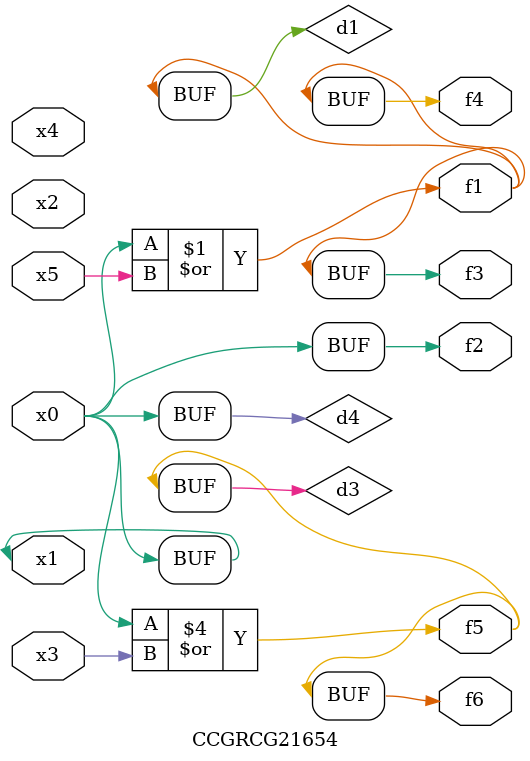
<source format=v>
module CCGRCG21654(
	input x0, x1, x2, x3, x4, x5,
	output f1, f2, f3, f4, f5, f6
);

	wire d1, d2, d3, d4;

	or (d1, x0, x5);
	xnor (d2, x1, x4);
	or (d3, x0, x3);
	buf (d4, x0, x1);
	assign f1 = d1;
	assign f2 = d4;
	assign f3 = d1;
	assign f4 = d1;
	assign f5 = d3;
	assign f6 = d3;
endmodule

</source>
